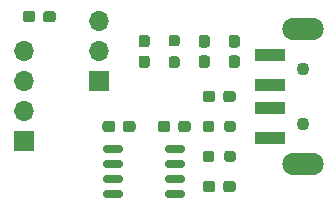
<source format=gbr>
%TF.GenerationSoftware,KiCad,Pcbnew,(5.1.8-0-10_14)*%
%TF.CreationDate,2020-12-28T11:39:27+08:00*%
%TF.ProjectId,HT42B534USB2UART,48543432-4235-4333-9455-534232554152,rev?*%
%TF.SameCoordinates,Original*%
%TF.FileFunction,Soldermask,Top*%
%TF.FilePolarity,Negative*%
%FSLAX46Y46*%
G04 Gerber Fmt 4.6, Leading zero omitted, Abs format (unit mm)*
G04 Created by KiCad (PCBNEW (5.1.8-0-10_14)) date 2020-12-28 11:39:27*
%MOMM*%
%LPD*%
G01*
G04 APERTURE LIST*
%ADD10O,1.700000X1.700000*%
%ADD11R,1.700000X1.700000*%
%ADD12C,1.100000*%
%ADD13O,3.500000X1.900000*%
%ADD14R,2.500000X1.100000*%
G04 APERTURE END LIST*
D10*
%TO.C,J2*%
X71120000Y-86360000D03*
X71120000Y-88900000D03*
X71120000Y-91440000D03*
D11*
X71120000Y-93980000D03*
%TD*%
D10*
%TO.C,J3*%
X77470000Y-83820000D03*
X77470000Y-86360000D03*
D11*
X77470000Y-88900000D03*
%TD*%
%TO.C,C6*%
G36*
G01*
X87955000Y-90407500D02*
X87955000Y-89932500D01*
G75*
G02*
X88192500Y-89695000I237500J0D01*
G01*
X88792500Y-89695000D01*
G75*
G02*
X89030000Y-89932500I0J-237500D01*
G01*
X89030000Y-90407500D01*
G75*
G02*
X88792500Y-90645000I-237500J0D01*
G01*
X88192500Y-90645000D01*
G75*
G02*
X87955000Y-90407500I0J237500D01*
G01*
G37*
G36*
G01*
X86230000Y-90407500D02*
X86230000Y-89932500D01*
G75*
G02*
X86467500Y-89695000I237500J0D01*
G01*
X87067500Y-89695000D01*
G75*
G02*
X87305000Y-89932500I0J-237500D01*
G01*
X87305000Y-90407500D01*
G75*
G02*
X87067500Y-90645000I-237500J0D01*
G01*
X86467500Y-90645000D01*
G75*
G02*
X86230000Y-90407500I0J237500D01*
G01*
G37*
%TD*%
%TO.C,D1*%
G36*
G01*
X81042500Y-86710000D02*
X81517500Y-86710000D01*
G75*
G02*
X81755000Y-86947500I0J-237500D01*
G01*
X81755000Y-87522500D01*
G75*
G02*
X81517500Y-87760000I-237500J0D01*
G01*
X81042500Y-87760000D01*
G75*
G02*
X80805000Y-87522500I0J237500D01*
G01*
X80805000Y-86947500D01*
G75*
G02*
X81042500Y-86710000I237500J0D01*
G01*
G37*
G36*
G01*
X81042500Y-84960000D02*
X81517500Y-84960000D01*
G75*
G02*
X81755000Y-85197500I0J-237500D01*
G01*
X81755000Y-85772500D01*
G75*
G02*
X81517500Y-86010000I-237500J0D01*
G01*
X81042500Y-86010000D01*
G75*
G02*
X80805000Y-85772500I0J237500D01*
G01*
X80805000Y-85197500D01*
G75*
G02*
X81042500Y-84960000I237500J0D01*
G01*
G37*
%TD*%
%TO.C,C2*%
G36*
G01*
X83495000Y-92472500D02*
X83495000Y-92947500D01*
G75*
G02*
X83257500Y-93185000I-237500J0D01*
G01*
X82657500Y-93185000D01*
G75*
G02*
X82420000Y-92947500I0J237500D01*
G01*
X82420000Y-92472500D01*
G75*
G02*
X82657500Y-92235000I237500J0D01*
G01*
X83257500Y-92235000D01*
G75*
G02*
X83495000Y-92472500I0J-237500D01*
G01*
G37*
G36*
G01*
X85220000Y-92472500D02*
X85220000Y-92947500D01*
G75*
G02*
X84982500Y-93185000I-237500J0D01*
G01*
X84382500Y-93185000D01*
G75*
G02*
X84145000Y-92947500I0J237500D01*
G01*
X84145000Y-92472500D01*
G75*
G02*
X84382500Y-92235000I237500J0D01*
G01*
X84982500Y-92235000D01*
G75*
G02*
X85220000Y-92472500I0J-237500D01*
G01*
G37*
%TD*%
%TO.C,C3*%
G36*
G01*
X78822500Y-92472500D02*
X78822500Y-92947500D01*
G75*
G02*
X78585000Y-93185000I-237500J0D01*
G01*
X77985000Y-93185000D01*
G75*
G02*
X77747500Y-92947500I0J237500D01*
G01*
X77747500Y-92472500D01*
G75*
G02*
X77985000Y-92235000I237500J0D01*
G01*
X78585000Y-92235000D01*
G75*
G02*
X78822500Y-92472500I0J-237500D01*
G01*
G37*
G36*
G01*
X80547500Y-92472500D02*
X80547500Y-92947500D01*
G75*
G02*
X80310000Y-93185000I-237500J0D01*
G01*
X79710000Y-93185000D01*
G75*
G02*
X79472500Y-92947500I0J237500D01*
G01*
X79472500Y-92472500D01*
G75*
G02*
X79710000Y-92235000I237500J0D01*
G01*
X80310000Y-92235000D01*
G75*
G02*
X80547500Y-92472500I0J-237500D01*
G01*
G37*
%TD*%
%TO.C,R1*%
G36*
G01*
X88055000Y-92947500D02*
X88055000Y-92472500D01*
G75*
G02*
X88292500Y-92235000I237500J0D01*
G01*
X88792500Y-92235000D01*
G75*
G02*
X89030000Y-92472500I0J-237500D01*
G01*
X89030000Y-92947500D01*
G75*
G02*
X88792500Y-93185000I-237500J0D01*
G01*
X88292500Y-93185000D01*
G75*
G02*
X88055000Y-92947500I0J237500D01*
G01*
G37*
G36*
G01*
X86230000Y-92947500D02*
X86230000Y-92472500D01*
G75*
G02*
X86467500Y-92235000I237500J0D01*
G01*
X86967500Y-92235000D01*
G75*
G02*
X87205000Y-92472500I0J-237500D01*
G01*
X87205000Y-92947500D01*
G75*
G02*
X86967500Y-93185000I-237500J0D01*
G01*
X86467500Y-93185000D01*
G75*
G02*
X86230000Y-92947500I0J237500D01*
G01*
G37*
%TD*%
%TO.C,R3*%
G36*
G01*
X84057500Y-85935000D02*
X83582500Y-85935000D01*
G75*
G02*
X83345000Y-85697500I0J237500D01*
G01*
X83345000Y-85197500D01*
G75*
G02*
X83582500Y-84960000I237500J0D01*
G01*
X84057500Y-84960000D01*
G75*
G02*
X84295000Y-85197500I0J-237500D01*
G01*
X84295000Y-85697500D01*
G75*
G02*
X84057500Y-85935000I-237500J0D01*
G01*
G37*
G36*
G01*
X84057500Y-87760000D02*
X83582500Y-87760000D01*
G75*
G02*
X83345000Y-87522500I0J237500D01*
G01*
X83345000Y-87022500D01*
G75*
G02*
X83582500Y-86785000I237500J0D01*
G01*
X84057500Y-86785000D01*
G75*
G02*
X84295000Y-87022500I0J-237500D01*
G01*
X84295000Y-87522500D01*
G75*
G02*
X84057500Y-87760000I-237500J0D01*
G01*
G37*
%TD*%
%TO.C,R2*%
G36*
G01*
X88055000Y-95487500D02*
X88055000Y-95012500D01*
G75*
G02*
X88292500Y-94775000I237500J0D01*
G01*
X88792500Y-94775000D01*
G75*
G02*
X89030000Y-95012500I0J-237500D01*
G01*
X89030000Y-95487500D01*
G75*
G02*
X88792500Y-95725000I-237500J0D01*
G01*
X88292500Y-95725000D01*
G75*
G02*
X88055000Y-95487500I0J237500D01*
G01*
G37*
G36*
G01*
X86230000Y-95487500D02*
X86230000Y-95012500D01*
G75*
G02*
X86467500Y-94775000I237500J0D01*
G01*
X86967500Y-94775000D01*
G75*
G02*
X87205000Y-95012500I0J-237500D01*
G01*
X87205000Y-95487500D01*
G75*
G02*
X86967500Y-95725000I-237500J0D01*
G01*
X86467500Y-95725000D01*
G75*
G02*
X86230000Y-95487500I0J237500D01*
G01*
G37*
%TD*%
D12*
%TO.C,J1*%
X94700000Y-92470000D03*
X94700000Y-87870000D03*
D13*
X94700000Y-95870000D03*
X94700000Y-84470000D03*
D14*
X91950000Y-93670000D03*
X91950000Y-86670000D03*
X91950000Y-91170000D03*
X91950000Y-89170000D03*
%TD*%
%TO.C,C7*%
G36*
G01*
X87955000Y-98027500D02*
X87955000Y-97552500D01*
G75*
G02*
X88192500Y-97315000I237500J0D01*
G01*
X88792500Y-97315000D01*
G75*
G02*
X89030000Y-97552500I0J-237500D01*
G01*
X89030000Y-98027500D01*
G75*
G02*
X88792500Y-98265000I-237500J0D01*
G01*
X88192500Y-98265000D01*
G75*
G02*
X87955000Y-98027500I0J237500D01*
G01*
G37*
G36*
G01*
X86230000Y-98027500D02*
X86230000Y-97552500D01*
G75*
G02*
X86467500Y-97315000I237500J0D01*
G01*
X87067500Y-97315000D01*
G75*
G02*
X87305000Y-97552500I0J-237500D01*
G01*
X87305000Y-98027500D01*
G75*
G02*
X87067500Y-98265000I-237500J0D01*
G01*
X86467500Y-98265000D01*
G75*
G02*
X86230000Y-98027500I0J237500D01*
G01*
G37*
%TD*%
%TO.C,U1*%
G36*
G01*
X83080000Y-94765000D02*
X83080000Y-94465000D01*
G75*
G02*
X83230000Y-94315000I150000J0D01*
G01*
X84580000Y-94315000D01*
G75*
G02*
X84730000Y-94465000I0J-150000D01*
G01*
X84730000Y-94765000D01*
G75*
G02*
X84580000Y-94915000I-150000J0D01*
G01*
X83230000Y-94915000D01*
G75*
G02*
X83080000Y-94765000I0J150000D01*
G01*
G37*
G36*
G01*
X83080000Y-96035000D02*
X83080000Y-95735000D01*
G75*
G02*
X83230000Y-95585000I150000J0D01*
G01*
X84580000Y-95585000D01*
G75*
G02*
X84730000Y-95735000I0J-150000D01*
G01*
X84730000Y-96035000D01*
G75*
G02*
X84580000Y-96185000I-150000J0D01*
G01*
X83230000Y-96185000D01*
G75*
G02*
X83080000Y-96035000I0J150000D01*
G01*
G37*
G36*
G01*
X83080000Y-97305000D02*
X83080000Y-97005000D01*
G75*
G02*
X83230000Y-96855000I150000J0D01*
G01*
X84580000Y-96855000D01*
G75*
G02*
X84730000Y-97005000I0J-150000D01*
G01*
X84730000Y-97305000D01*
G75*
G02*
X84580000Y-97455000I-150000J0D01*
G01*
X83230000Y-97455000D01*
G75*
G02*
X83080000Y-97305000I0J150000D01*
G01*
G37*
G36*
G01*
X83080000Y-98575000D02*
X83080000Y-98275000D01*
G75*
G02*
X83230000Y-98125000I150000J0D01*
G01*
X84580000Y-98125000D01*
G75*
G02*
X84730000Y-98275000I0J-150000D01*
G01*
X84730000Y-98575000D01*
G75*
G02*
X84580000Y-98725000I-150000J0D01*
G01*
X83230000Y-98725000D01*
G75*
G02*
X83080000Y-98575000I0J150000D01*
G01*
G37*
G36*
G01*
X77830000Y-98575000D02*
X77830000Y-98275000D01*
G75*
G02*
X77980000Y-98125000I150000J0D01*
G01*
X79330000Y-98125000D01*
G75*
G02*
X79480000Y-98275000I0J-150000D01*
G01*
X79480000Y-98575000D01*
G75*
G02*
X79330000Y-98725000I-150000J0D01*
G01*
X77980000Y-98725000D01*
G75*
G02*
X77830000Y-98575000I0J150000D01*
G01*
G37*
G36*
G01*
X77830000Y-97305000D02*
X77830000Y-97005000D01*
G75*
G02*
X77980000Y-96855000I150000J0D01*
G01*
X79330000Y-96855000D01*
G75*
G02*
X79480000Y-97005000I0J-150000D01*
G01*
X79480000Y-97305000D01*
G75*
G02*
X79330000Y-97455000I-150000J0D01*
G01*
X77980000Y-97455000D01*
G75*
G02*
X77830000Y-97305000I0J150000D01*
G01*
G37*
G36*
G01*
X77830000Y-96035000D02*
X77830000Y-95735000D01*
G75*
G02*
X77980000Y-95585000I150000J0D01*
G01*
X79330000Y-95585000D01*
G75*
G02*
X79480000Y-95735000I0J-150000D01*
G01*
X79480000Y-96035000D01*
G75*
G02*
X79330000Y-96185000I-150000J0D01*
G01*
X77980000Y-96185000D01*
G75*
G02*
X77830000Y-96035000I0J150000D01*
G01*
G37*
G36*
G01*
X77830000Y-94765000D02*
X77830000Y-94465000D01*
G75*
G02*
X77980000Y-94315000I150000J0D01*
G01*
X79330000Y-94315000D01*
G75*
G02*
X79480000Y-94465000I0J-150000D01*
G01*
X79480000Y-94765000D01*
G75*
G02*
X79330000Y-94915000I-150000J0D01*
G01*
X77980000Y-94915000D01*
G75*
G02*
X77830000Y-94765000I0J150000D01*
G01*
G37*
%TD*%
%TO.C,C5*%
G36*
G01*
X86597500Y-86035000D02*
X86122500Y-86035000D01*
G75*
G02*
X85885000Y-85797500I0J237500D01*
G01*
X85885000Y-85197500D01*
G75*
G02*
X86122500Y-84960000I237500J0D01*
G01*
X86597500Y-84960000D01*
G75*
G02*
X86835000Y-85197500I0J-237500D01*
G01*
X86835000Y-85797500D01*
G75*
G02*
X86597500Y-86035000I-237500J0D01*
G01*
G37*
G36*
G01*
X86597500Y-87760000D02*
X86122500Y-87760000D01*
G75*
G02*
X85885000Y-87522500I0J237500D01*
G01*
X85885000Y-86922500D01*
G75*
G02*
X86122500Y-86685000I237500J0D01*
G01*
X86597500Y-86685000D01*
G75*
G02*
X86835000Y-86922500I0J-237500D01*
G01*
X86835000Y-87522500D01*
G75*
G02*
X86597500Y-87760000I-237500J0D01*
G01*
G37*
%TD*%
%TO.C,C4*%
G36*
G01*
X89137500Y-86035000D02*
X88662500Y-86035000D01*
G75*
G02*
X88425000Y-85797500I0J237500D01*
G01*
X88425000Y-85197500D01*
G75*
G02*
X88662500Y-84960000I237500J0D01*
G01*
X89137500Y-84960000D01*
G75*
G02*
X89375000Y-85197500I0J-237500D01*
G01*
X89375000Y-85797500D01*
G75*
G02*
X89137500Y-86035000I-237500J0D01*
G01*
G37*
G36*
G01*
X89137500Y-87760000D02*
X88662500Y-87760000D01*
G75*
G02*
X88425000Y-87522500I0J237500D01*
G01*
X88425000Y-86922500D01*
G75*
G02*
X88662500Y-86685000I237500J0D01*
G01*
X89137500Y-86685000D01*
G75*
G02*
X89375000Y-86922500I0J-237500D01*
G01*
X89375000Y-87522500D01*
G75*
G02*
X89137500Y-87760000I-237500J0D01*
G01*
G37*
%TD*%
%TO.C,C1*%
G36*
G01*
X72065000Y-83175000D02*
X72065000Y-83650000D01*
G75*
G02*
X71827500Y-83887500I-237500J0D01*
G01*
X71227500Y-83887500D01*
G75*
G02*
X70990000Y-83650000I0J237500D01*
G01*
X70990000Y-83175000D01*
G75*
G02*
X71227500Y-82937500I237500J0D01*
G01*
X71827500Y-82937500D01*
G75*
G02*
X72065000Y-83175000I0J-237500D01*
G01*
G37*
G36*
G01*
X73790000Y-83175000D02*
X73790000Y-83650000D01*
G75*
G02*
X73552500Y-83887500I-237500J0D01*
G01*
X72952500Y-83887500D01*
G75*
G02*
X72715000Y-83650000I0J237500D01*
G01*
X72715000Y-83175000D01*
G75*
G02*
X72952500Y-82937500I237500J0D01*
G01*
X73552500Y-82937500D01*
G75*
G02*
X73790000Y-83175000I0J-237500D01*
G01*
G37*
%TD*%
M02*

</source>
